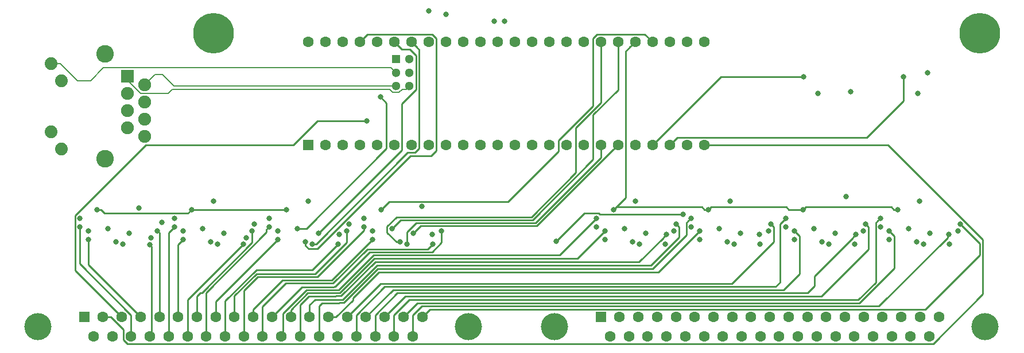
<source format=gbr>
G04 #@! TF.GenerationSoftware,KiCad,Pcbnew,5.1.5-52549c5~84~ubuntu18.04.1*
G04 #@! TF.CreationDate,2020-06-07T21:39:53-07:00*
G04 #@! TF.ProjectId,debugger,64656275-6767-4657-922e-6b696361645f,rev?*
G04 #@! TF.SameCoordinates,Original*
G04 #@! TF.FileFunction,Copper,L3,Inr*
G04 #@! TF.FilePolarity,Positive*
%FSLAX46Y46*%
G04 Gerber Fmt 4.6, Leading zero omitted, Abs format (unit mm)*
G04 Created by KiCad (PCBNEW 5.1.5-52549c5~84~ubuntu18.04.1) date 2020-06-07 21:39:53*
%MOMM*%
%LPD*%
G04 APERTURE LIST*
%ADD10C,1.600000*%
%ADD11R,1.600000X1.600000*%
%ADD12R,1.300000X1.300000*%
%ADD13C,1.300000*%
%ADD14C,2.600000*%
%ADD15C,1.890000*%
%ADD16C,1.900000*%
%ADD17R,1.900000X1.900000*%
%ADD18C,4.000000*%
%ADD19C,6.000000*%
%ADD20C,0.800000*%
%ADD21C,0.250000*%
%ADD22C,0.200025*%
%ADD23C,0.200000*%
G04 APERTURE END LIST*
D10*
X124460000Y-86360000D03*
X127000000Y-86360000D03*
X129540000Y-86360000D03*
X132080000Y-86360000D03*
X134620000Y-86360000D03*
X137160000Y-86360000D03*
X139700000Y-86360000D03*
X142240000Y-86360000D03*
X144780000Y-86360000D03*
X147320000Y-86360000D03*
X149860000Y-86360000D03*
X152400000Y-86360000D03*
X154940000Y-86360000D03*
X157480000Y-86360000D03*
D11*
X124460000Y-101600000D03*
D10*
X127000000Y-101600000D03*
X129540000Y-101600000D03*
X132080000Y-101600000D03*
X134620000Y-101600000D03*
X137160000Y-101600000D03*
X139700000Y-101600000D03*
X142240000Y-101600000D03*
X144780000Y-101600000D03*
X147320000Y-101600000D03*
X149860000Y-101600000D03*
X152400000Y-101600000D03*
X154940000Y-101600000D03*
X160020000Y-86360000D03*
X162560000Y-86360000D03*
X165100000Y-86360000D03*
X167640000Y-86360000D03*
X170180000Y-86360000D03*
X172720000Y-86360000D03*
X175260000Y-86360000D03*
X177800000Y-86360000D03*
X180340000Y-86360000D03*
X182880000Y-86360000D03*
X182880000Y-101600000D03*
X180340000Y-101600000D03*
X177800000Y-101600000D03*
X175260000Y-101600000D03*
X157480000Y-101600000D03*
X160020000Y-101600000D03*
X162560000Y-101600000D03*
X172720000Y-101600000D03*
X170180000Y-101600000D03*
X167640000Y-101600000D03*
X165100000Y-101600000D03*
D12*
X137430000Y-88900000D03*
D13*
X139430000Y-88900000D03*
X137430000Y-90900000D03*
X139430000Y-90900000D03*
X139430000Y-92900000D03*
X137430000Y-92900000D03*
D14*
X94500000Y-103660000D03*
X94500000Y-88110000D03*
D15*
X86550000Y-89560000D03*
X88070000Y-92100000D03*
X86550000Y-99670000D03*
X88070000Y-102210000D03*
D16*
X100330000Y-100330000D03*
X97790000Y-99060000D03*
X100330000Y-97790000D03*
X97790000Y-96520000D03*
X100330000Y-95250000D03*
X97790000Y-93980000D03*
X100330000Y-92710000D03*
D17*
X97790000Y-91440000D03*
D18*
X148120000Y-128420000D03*
X84620000Y-128420000D03*
D10*
X139915000Y-129840000D03*
X137145000Y-129840000D03*
X134375000Y-129840000D03*
X131605000Y-129840000D03*
X128835000Y-129840000D03*
X126065000Y-129840000D03*
X123295000Y-129840000D03*
X120525000Y-129840000D03*
X117755000Y-129840000D03*
X114985000Y-129840000D03*
X112215000Y-129840000D03*
X109445000Y-129840000D03*
X106675000Y-129840000D03*
X103905000Y-129840000D03*
X101135000Y-129840000D03*
X98365000Y-129840000D03*
X95595000Y-129840000D03*
X92825000Y-129840000D03*
X141300000Y-127000000D03*
X138530000Y-127000000D03*
X135760000Y-127000000D03*
X132990000Y-127000000D03*
X130220000Y-127000000D03*
X127450000Y-127000000D03*
X124680000Y-127000000D03*
X121910000Y-127000000D03*
X119140000Y-127000000D03*
X116370000Y-127000000D03*
X113600000Y-127000000D03*
X110830000Y-127000000D03*
X108060000Y-127000000D03*
X105290000Y-127000000D03*
X102520000Y-127000000D03*
X99750000Y-127000000D03*
X96980000Y-127000000D03*
X94210000Y-127000000D03*
D11*
X91440000Y-127000000D03*
D18*
X224320000Y-128420000D03*
X160820000Y-128420000D03*
D10*
X216115000Y-129840000D03*
X213345000Y-129840000D03*
X210575000Y-129840000D03*
X207805000Y-129840000D03*
X205035000Y-129840000D03*
X202265000Y-129840000D03*
X199495000Y-129840000D03*
X196725000Y-129840000D03*
X193955000Y-129840000D03*
X191185000Y-129840000D03*
X188415000Y-129840000D03*
X185645000Y-129840000D03*
X182875000Y-129840000D03*
X180105000Y-129840000D03*
X177335000Y-129840000D03*
X174565000Y-129840000D03*
X171795000Y-129840000D03*
X169025000Y-129840000D03*
X217500000Y-127000000D03*
X214730000Y-127000000D03*
X211960000Y-127000000D03*
X209190000Y-127000000D03*
X206420000Y-127000000D03*
X203650000Y-127000000D03*
X200880000Y-127000000D03*
X198110000Y-127000000D03*
X195340000Y-127000000D03*
X192570000Y-127000000D03*
X189800000Y-127000000D03*
X187030000Y-127000000D03*
X184260000Y-127000000D03*
X181490000Y-127000000D03*
X178720000Y-127000000D03*
X175950000Y-127000000D03*
X173180000Y-127000000D03*
X170410000Y-127000000D03*
D11*
X167640000Y-127000000D03*
D19*
X110490000Y-85090000D03*
X223520000Y-85090000D03*
D20*
X214630000Y-109855000D03*
X186690000Y-109855000D03*
X172720000Y-109855000D03*
X124460000Y-109855000D03*
X99470000Y-110910000D03*
X204470000Y-93726000D03*
X110490000Y-109855000D03*
X203835000Y-109220000D03*
X215804990Y-90900010D03*
X141284000Y-110684000D03*
X214376000Y-93980000D03*
X199644000Y-93980000D03*
X218948000Y-114808000D03*
X208915000Y-112395000D03*
X205232000Y-114808000D03*
X194945000Y-112395000D03*
X191008000Y-114808000D03*
X180975000Y-112395000D03*
X177292000Y-114808000D03*
X167005000Y-112395000D03*
X220685000Y-113325000D03*
X210185000Y-114300000D03*
X206715000Y-113325000D03*
X196215000Y-114300000D03*
X192745000Y-113325000D03*
X182245000Y-114300000D03*
X178775000Y-113325000D03*
X168275000Y-114300000D03*
X133096000Y-98044000D03*
X161036000Y-115824000D03*
X179741999Y-111850001D03*
X142875000Y-116205000D03*
X132715000Y-113665000D03*
X128905000Y-116205000D03*
X118745000Y-113665000D03*
X114935000Y-116205000D03*
X104775000Y-113665000D03*
X101092000Y-116332000D03*
X90805000Y-113665000D03*
X144145000Y-114300000D03*
X133985000Y-115570000D03*
X130175000Y-114300000D03*
X120015000Y-115570000D03*
X116205000Y-114300000D03*
X106045000Y-115570000D03*
X102235000Y-114300000D03*
X92075000Y-115570000D03*
X220345000Y-114300000D03*
X210185000Y-115570000D03*
X206375000Y-114300000D03*
X196215000Y-115570000D03*
X192405000Y-114300000D03*
X182245000Y-115570000D03*
X178435000Y-114300000D03*
X168275000Y-115570000D03*
X142748000Y-114808000D03*
X132715000Y-112395000D03*
X129032000Y-114808000D03*
X118745000Y-112395000D03*
X115316000Y-115275000D03*
X104775000Y-112395000D03*
X101260000Y-115275000D03*
X90805000Y-112395000D03*
X219075000Y-116205000D03*
X208915000Y-113665000D03*
X205105000Y-116205000D03*
X194945000Y-113665000D03*
X191135000Y-116205000D03*
X180975000Y-113665000D03*
X177165000Y-116205000D03*
X167005000Y-113665000D03*
X133985000Y-114300000D03*
X130515000Y-113325000D03*
X120015000Y-114300000D03*
X116545000Y-113325000D03*
X106045000Y-114300000D03*
X102870000Y-113030000D03*
X92075000Y-114300000D03*
X171140000Y-113975000D03*
X172365000Y-115925000D03*
X173355000Y-116205000D03*
X174300000Y-114625000D03*
X185110000Y-113975000D03*
X186335000Y-115925000D03*
X187325000Y-116205000D03*
X188270000Y-114625000D03*
X199080000Y-113975000D03*
X94940000Y-113975000D03*
X142240000Y-81788000D03*
X96165000Y-115925000D03*
X144780000Y-82296000D03*
X97155000Y-116205000D03*
X153416000Y-83312000D03*
X98100000Y-114625000D03*
X151892000Y-83312000D03*
X108910000Y-113975000D03*
X110135000Y-115925000D03*
X111125000Y-116205000D03*
X112070000Y-114625000D03*
X122880000Y-113975000D03*
X135128000Y-94488000D03*
X124105000Y-115925000D03*
X125095000Y-116205000D03*
X126040000Y-114625000D03*
X200305000Y-115925000D03*
X201295000Y-116205000D03*
X202240000Y-114625000D03*
X213050000Y-113975000D03*
X214275000Y-115925000D03*
X215265000Y-116205000D03*
X216210000Y-114625000D03*
X212282000Y-91502000D03*
X197550000Y-91502000D03*
X136850000Y-113975000D03*
X138075000Y-115925000D03*
X140010000Y-114625000D03*
X139065000Y-116205000D03*
X211455000Y-111125000D03*
X197485000Y-111125000D03*
X183515000Y-111125000D03*
X169545000Y-111125000D03*
X135255000Y-111125000D03*
X121285000Y-111125000D03*
X107315000Y-111125000D03*
X93345000Y-111125000D03*
D21*
X139915000Y-126719998D02*
X141210009Y-125424989D01*
X139915000Y-129840000D02*
X139915000Y-126719998D01*
X208654326Y-125424989D02*
X218804315Y-115275000D01*
X141210009Y-125424989D02*
X208654326Y-125424989D01*
X218804315Y-114951685D02*
X218948000Y-114808000D01*
X218804315Y-115275000D02*
X218804315Y-114951685D01*
X137145000Y-126719998D02*
X139404998Y-124460000D01*
X137145000Y-129840000D02*
X137145000Y-126719998D01*
X208515001Y-112794999D02*
X208915000Y-112395000D01*
X208189999Y-113120001D02*
X208515001Y-112794999D01*
X208189999Y-121881591D02*
X208189999Y-113120001D01*
X205611590Y-124460000D02*
X208189999Y-121881591D01*
X139404998Y-124460000D02*
X205611590Y-124460000D01*
X134375000Y-126719998D02*
X137650998Y-123444000D01*
X134375000Y-129840000D02*
X134375000Y-126719998D01*
X137650998Y-123444000D02*
X198120000Y-123444000D01*
X204834315Y-115275000D02*
X199136000Y-120973315D01*
X199136000Y-120973315D02*
X199136000Y-122428000D01*
X199136000Y-122428000D02*
X198120000Y-123444000D01*
X204832001Y-115272686D02*
X204832001Y-115207999D01*
X204832001Y-115207999D02*
X205232000Y-114808000D01*
X204834315Y-115275000D02*
X204832001Y-115272686D01*
X131605000Y-129840000D02*
X131864999Y-129580001D01*
X131605000Y-126719998D02*
X135781018Y-122543980D01*
X131605000Y-129840000D02*
X131605000Y-126719998D01*
X135781018Y-122543980D02*
X193432020Y-122543980D01*
X193432020Y-122543980D02*
X194056000Y-121920000D01*
X194056000Y-113284000D02*
X194945000Y-112395000D01*
X194056000Y-121920000D02*
X194056000Y-113284000D01*
X180249999Y-113120001D02*
X180575001Y-112794999D01*
X175260000Y-119888000D02*
X180249999Y-114898001D01*
X180575001Y-112794999D02*
X180975000Y-112395000D01*
X134748410Y-119888000D02*
X175260000Y-119888000D01*
X180249999Y-114898001D02*
X180249999Y-113120001D01*
X126065000Y-129840000D02*
X126065000Y-125395000D01*
X126492000Y-124968000D02*
X129032000Y-124968000D01*
X129032000Y-124968000D02*
X129089990Y-124910010D01*
X126065000Y-125395000D02*
X126492000Y-124968000D01*
X129089990Y-124910010D02*
X129726401Y-124910009D01*
X129726401Y-124910009D02*
X134748410Y-119888000D01*
X173297315Y-118872000D02*
X176894315Y-115275000D01*
X123295000Y-125222818D02*
X124565818Y-123952000D01*
X124565818Y-123952000D02*
X128524000Y-123952000D01*
X123295000Y-129840000D02*
X123295000Y-125222818D01*
X128524000Y-123952000D02*
X128570972Y-123905028D01*
X128570972Y-123905028D02*
X129335792Y-123905028D01*
X134368820Y-118872000D02*
X173297315Y-118872000D01*
X129335792Y-123905028D02*
X134368820Y-118872000D01*
X176892001Y-115207999D02*
X177292000Y-114808000D01*
X176892001Y-115272686D02*
X176892001Y-115207999D01*
X176894315Y-115275000D02*
X176892001Y-115272686D01*
X120784999Y-126459999D02*
X124239988Y-123005010D01*
X120525000Y-129840000D02*
X120784999Y-129580001D01*
X120784999Y-129580001D02*
X120784999Y-126459999D01*
X128962990Y-123005010D02*
X134100275Y-117867725D01*
X124239988Y-123005010D02*
X128962990Y-123005010D01*
X161532275Y-117867725D02*
X167005000Y-112395000D01*
X134100275Y-117867725D02*
X161532275Y-117867725D01*
X142425001Y-125874999D02*
X215501001Y-125874999D01*
X141300000Y-127000000D02*
X142425001Y-125874999D01*
X215501001Y-125874999D02*
X223520000Y-117856000D01*
X223520000Y-116160000D02*
X220685000Y-113325000D01*
X223520000Y-117856000D02*
X223520000Y-116160000D01*
X210584999Y-114699999D02*
X210185000Y-114300000D01*
X210910001Y-119797999D02*
X210910001Y-115025001D01*
X205740000Y-124968000D02*
X210910001Y-119797999D01*
X210910001Y-115025001D02*
X210584999Y-114699999D01*
X140562000Y-124968000D02*
X205740000Y-124968000D01*
X138530000Y-127000000D02*
X140562000Y-124968000D01*
X135760000Y-127000000D02*
X138808000Y-123952000D01*
X207114999Y-113724999D02*
X206715000Y-113325000D01*
X207114999Y-116989001D02*
X207114999Y-113724999D01*
X138808000Y-123952000D02*
X200152000Y-123952000D01*
X200152000Y-123952000D02*
X207114999Y-116989001D01*
X132990000Y-127000000D02*
X136996010Y-122993990D01*
X136996010Y-122993990D02*
X194564000Y-122993990D01*
X196940001Y-115025001D02*
X196614999Y-114699999D01*
X196614999Y-114699999D02*
X196215000Y-114300000D01*
X196940001Y-120617989D02*
X196940001Y-115025001D01*
X194564000Y-122993990D02*
X196940001Y-120617989D01*
X130220000Y-127000000D02*
X135126030Y-122093970D01*
X193144999Y-113724999D02*
X192745000Y-113325000D01*
X193144999Y-115904413D02*
X193144999Y-113724999D01*
X135126030Y-122093970D02*
X186955442Y-122093970D01*
X186955442Y-122093970D02*
X193144999Y-115904413D01*
X131064000Y-124517370D02*
X131064000Y-124208820D01*
X127450000Y-127000000D02*
X128581370Y-127000000D01*
X128581370Y-127000000D02*
X131064000Y-124517370D01*
X131064000Y-124208820D02*
X134876820Y-120396000D01*
X176149000Y-120396000D02*
X182245000Y-114300000D01*
X134876820Y-120396000D02*
X176149000Y-120396000D01*
X179174999Y-113724999D02*
X178775000Y-113325000D01*
X179174999Y-115268003D02*
X179174999Y-113724999D01*
X175063002Y-119380000D02*
X179174999Y-115268003D01*
X134620000Y-119380000D02*
X175063002Y-119380000D01*
X125476000Y-124460000D02*
X129540000Y-124460000D01*
X129540000Y-124460000D02*
X134620000Y-119380000D01*
X124680000Y-125256000D02*
X125476000Y-124460000D01*
X124680000Y-127000000D02*
X124680000Y-125256000D01*
X134240410Y-118364000D02*
X164211000Y-118364000D01*
X129149391Y-123455019D02*
X134240410Y-118364000D01*
X124426388Y-123455020D02*
X129149391Y-123455019D01*
X121910000Y-127000000D02*
X121910000Y-125971408D01*
X164211000Y-118364000D02*
X168275000Y-114300000D01*
X121910000Y-125971408D02*
X124426388Y-123455020D01*
X122269997Y-101605001D02*
X125830998Y-98044000D01*
X100521997Y-101605001D02*
X122269997Y-101605001D01*
X90079999Y-112046999D02*
X100521997Y-101605001D01*
X96980000Y-127000000D02*
X90079999Y-120099999D01*
X90079999Y-120099999D02*
X90079999Y-112046999D01*
X125830998Y-98044000D02*
X133096000Y-98044000D01*
X133096000Y-98044000D02*
X133096000Y-98044000D01*
X184011370Y-101600000D02*
X182880000Y-101600000D01*
X223970009Y-123649993D02*
X223970009Y-115537007D01*
X216655001Y-130965001D02*
X223970009Y-123649993D01*
X97824999Y-130965001D02*
X216655001Y-130965001D01*
X97239999Y-130380001D02*
X97824999Y-130965001D01*
X210033002Y-101600000D02*
X184011370Y-101600000D01*
X97239999Y-128898629D02*
X97239999Y-130380001D01*
X95341370Y-127000000D02*
X97239999Y-128898629D01*
X223970009Y-115537007D02*
X210033002Y-101600000D01*
X94210000Y-127000000D02*
X95341370Y-127000000D01*
X167533003Y-111850001D02*
X179741999Y-111850001D01*
X167353001Y-111669999D02*
X167533003Y-111850001D01*
X161036000Y-115824000D02*
X165190001Y-111669999D01*
X165190001Y-111669999D02*
X167353001Y-111669999D01*
X179741999Y-111850001D02*
X179741999Y-111850001D01*
X117755000Y-129840000D02*
X117755000Y-125450000D01*
X117755000Y-125450000D02*
X121166360Y-122038640D01*
X121166360Y-122038640D02*
X128152771Y-122038639D01*
X128152771Y-122038639D02*
X133223705Y-116967705D01*
X142112295Y-116967705D02*
X142875000Y-116205000D01*
X133223705Y-116967705D02*
X142112295Y-116967705D01*
X114985000Y-129840000D02*
X114985000Y-123142820D01*
X132715000Y-114230685D02*
X132715000Y-113665000D01*
X125844971Y-121100714D02*
X132715000Y-114230685D01*
X114985000Y-123142820D02*
X117027106Y-121100714D01*
X117027106Y-121100714D02*
X125844971Y-121100714D01*
X125095000Y-120015000D02*
X128905000Y-116205000D01*
X116840000Y-120015000D02*
X125095000Y-120015000D01*
X112215000Y-129840000D02*
X112215000Y-124640000D01*
X112215000Y-124640000D02*
X116840000Y-120015000D01*
X118345001Y-114064999D02*
X118745000Y-113665000D01*
X109445000Y-123404412D02*
X118345001Y-114504411D01*
X118345001Y-114504411D02*
X118345001Y-114064999D01*
X109445000Y-129840000D02*
X109445000Y-123404412D01*
X106675000Y-124465000D02*
X114935000Y-116205000D01*
X106675000Y-129840000D02*
X106675000Y-124465000D01*
X103905000Y-114535000D02*
X104775000Y-113665000D01*
X103905000Y-129840000D02*
X103905000Y-114535000D01*
X101364999Y-116604999D02*
X100965000Y-116205000D01*
X101394999Y-116634999D02*
X101364999Y-116604999D01*
X101394999Y-129580001D02*
X101394999Y-116634999D01*
X101135000Y-129840000D02*
X101394999Y-129580001D01*
X90805000Y-114230685D02*
X90805000Y-113665000D01*
X90805000Y-119159998D02*
X90805000Y-114230685D01*
X98365000Y-126719998D02*
X90805000Y-119159998D01*
X98365000Y-129840000D02*
X98365000Y-126719998D01*
X119140000Y-127000000D02*
X123585000Y-122555000D01*
X123585000Y-122555000D02*
X128272820Y-122555000D01*
X128272820Y-122555000D02*
X128339172Y-122488648D01*
X128272820Y-122488648D02*
X128339172Y-122488648D01*
X128272820Y-122555000D02*
X128272820Y-122488648D01*
X128463352Y-122488648D02*
X133534285Y-117417715D01*
X128339172Y-122488648D02*
X128463352Y-122488648D01*
X144145000Y-116008002D02*
X144145000Y-114865685D01*
X144145000Y-114865685D02*
X144145000Y-114300000D01*
X142735287Y-117417715D02*
X144145000Y-116008002D01*
X133534285Y-117417715D02*
X142735287Y-117417715D01*
X116370000Y-125868630D02*
X120650000Y-121588630D01*
X116370000Y-127000000D02*
X116370000Y-125868630D01*
X127966370Y-121588630D02*
X133985000Y-115570000D01*
X120650000Y-121588630D02*
X127966370Y-121588630D01*
X113600000Y-127000000D02*
X113600000Y-123891410D01*
X113600000Y-123891410D02*
X116840705Y-120650705D01*
X130175000Y-114865685D02*
X130175000Y-114300000D01*
X130175000Y-116008002D02*
X130175000Y-114865685D01*
X125532297Y-120650705D02*
X130175000Y-116008002D01*
X116840705Y-120650705D02*
X125532297Y-120650705D01*
X110830000Y-124755000D02*
X120015000Y-115570000D01*
X110830000Y-127000000D02*
X110830000Y-124755000D01*
X108060000Y-127000000D02*
X108060000Y-123935000D01*
X116205000Y-116008002D02*
X116205000Y-114865685D01*
X116205000Y-114865685D02*
X116205000Y-114300000D01*
X108585000Y-123410000D02*
X108803002Y-123410000D01*
X108803002Y-123410000D02*
X116205000Y-116008002D01*
X108060000Y-123935000D02*
X108585000Y-123410000D01*
X105290000Y-116325000D02*
X106045000Y-115570000D01*
X105290000Y-127000000D02*
X105290000Y-116325000D01*
X102520000Y-114585000D02*
X102235000Y-114300000D01*
X102520000Y-127000000D02*
X102520000Y-114585000D01*
X92075000Y-119325000D02*
X92075000Y-115570000D01*
X99750000Y-127000000D02*
X92075000Y-119325000D01*
X136034999Y-102140001D02*
X136034999Y-95394999D01*
X122880000Y-113975000D02*
X124200000Y-113975000D01*
X124200000Y-113975000D02*
X136034999Y-102140001D01*
X136034999Y-95394999D02*
X135128000Y-94488000D01*
X135128000Y-94488000D02*
X135128000Y-94488000D01*
X133205001Y-85234999D02*
X132879999Y-85560001D01*
X143365001Y-102429999D02*
X143365001Y-85819999D01*
X142619989Y-103175011D02*
X143365001Y-102429999D01*
X143365001Y-85819999D02*
X142780001Y-85234999D01*
X139591987Y-103175011D02*
X142619989Y-103175011D01*
X124544316Y-116930001D02*
X125836997Y-116930001D01*
X132879999Y-85560001D02*
X132080000Y-86360000D01*
X125836997Y-116930001D02*
X139591987Y-103175011D01*
X124105000Y-116490685D02*
X124544316Y-116930001D01*
X142780001Y-85234999D02*
X133205001Y-85234999D01*
X124105000Y-115925000D02*
X124105000Y-116490685D01*
X140499999Y-87159999D02*
X139700000Y-86360000D01*
X140855011Y-87515011D02*
X140499999Y-87159999D01*
X140855011Y-102109991D02*
X140855011Y-87515011D01*
X140240001Y-102725001D02*
X140855011Y-102109991D01*
X139159999Y-102725001D02*
X140240001Y-102725001D01*
X125680000Y-116205000D02*
X139159999Y-102725001D01*
X125095000Y-116205000D02*
X125680000Y-116205000D01*
X138285001Y-87485001D02*
X137959999Y-87159999D01*
X139458003Y-87485001D02*
X138285001Y-87485001D01*
X140405001Y-88431999D02*
X139458003Y-87485001D01*
X140405001Y-93368001D02*
X140405001Y-88431999D01*
X138285001Y-95488001D02*
X140405001Y-93368001D01*
X138285001Y-102379999D02*
X138285001Y-95488001D01*
X137959999Y-87159999D02*
X137160000Y-86360000D01*
X126040000Y-114625000D02*
X138285001Y-102379999D01*
X178925001Y-100474999D02*
X206865001Y-100474999D01*
X177800000Y-101600000D02*
X178925001Y-100474999D01*
X212282000Y-95058000D02*
X212282000Y-91502000D01*
X206865001Y-100474999D02*
X212282000Y-95058000D01*
X185358000Y-91502000D02*
X197550000Y-91502000D01*
X175260000Y-101600000D02*
X185358000Y-91502000D01*
X136850000Y-113975000D02*
X138150021Y-112674979D01*
X138150021Y-112674979D02*
X157581021Y-112674979D01*
X166514999Y-103741001D02*
X166514999Y-97137001D01*
X157581021Y-112674979D02*
X166514999Y-103741001D01*
X170180000Y-93472000D02*
X170180000Y-86360000D01*
X166514999Y-97137001D02*
X170180000Y-93472000D01*
X136124999Y-113626999D02*
X137527029Y-112224969D01*
X136124999Y-114540684D02*
X136124999Y-113626999D01*
X138075000Y-115925000D02*
X137509315Y-115925000D01*
X137509315Y-115925000D02*
X136124999Y-114540684D01*
X137527029Y-112224969D02*
X157394621Y-112224969D01*
X163974999Y-105644591D02*
X163974999Y-99040591D01*
X157394621Y-112224969D02*
X163974999Y-105644591D01*
X167640000Y-95375590D02*
X167640000Y-86360000D01*
X163974999Y-99040591D02*
X167640000Y-95375590D01*
X158205001Y-113574999D02*
X169380001Y-102399999D01*
X141060001Y-113574999D02*
X158205001Y-113574999D01*
X169380001Y-102399999D02*
X170180000Y-101600000D01*
X140010000Y-114625000D02*
X141060001Y-113574999D01*
X139065000Y-114496998D02*
X140437009Y-113124989D01*
X139065000Y-116205000D02*
X139065000Y-114496998D01*
X140437009Y-113124989D02*
X158018601Y-113124989D01*
X167640000Y-103503590D02*
X167640000Y-101600000D01*
X158018601Y-113124989D02*
X167640000Y-103503590D01*
X197884999Y-110725001D02*
X197485000Y-111125000D01*
X210489316Y-110725001D02*
X197884999Y-110725001D01*
X211455000Y-111125000D02*
X210889315Y-111125000D01*
X210889315Y-111125000D02*
X210489316Y-110725001D01*
X183914999Y-110725001D02*
X183515000Y-111125000D01*
X194984413Y-110725001D02*
X183914999Y-110725001D01*
X197485000Y-111125000D02*
X195384412Y-111125000D01*
X195384412Y-111125000D02*
X194984413Y-110725001D01*
X169944999Y-110725001D02*
X169545000Y-111125000D01*
X183515000Y-111125000D02*
X182949315Y-111125000D01*
X182549316Y-110725001D02*
X169944999Y-110725001D01*
X182949315Y-111125000D02*
X182549316Y-110725001D01*
X171920001Y-87159999D02*
X172720000Y-86360000D01*
X171305001Y-87774999D02*
X171920001Y-87159999D01*
X171305001Y-109364999D02*
X171305001Y-87774999D01*
X169545000Y-111125000D02*
X171305001Y-109364999D01*
X106915001Y-111524999D02*
X107315000Y-111125000D01*
X106804999Y-111635001D02*
X106915001Y-111524999D01*
X94420686Y-111635001D02*
X106804999Y-111635001D01*
X93910685Y-111125000D02*
X94420686Y-111635001D01*
X93345000Y-111125000D02*
X93910685Y-111125000D01*
X107315000Y-111125000D02*
X121285000Y-111125000D01*
X135654999Y-110725001D02*
X135255000Y-111125000D01*
X136421001Y-109958999D02*
X135654999Y-110725001D01*
X153982999Y-109958999D02*
X136421001Y-109958999D01*
X161434999Y-102506999D02*
X153982999Y-109958999D01*
X161434999Y-100944181D02*
X161434999Y-102506999D01*
X166514999Y-95864181D02*
X161434999Y-100944181D01*
X166514999Y-85819999D02*
X166514999Y-95864181D01*
X167099999Y-85234999D02*
X166514999Y-85819999D01*
X174134999Y-85234999D02*
X167099999Y-85234999D01*
X175260000Y-86360000D02*
X174134999Y-85234999D01*
D22*
X87886431Y-89560000D02*
X86550000Y-89560000D01*
X92374008Y-92095014D02*
X90421445Y-92095014D01*
X94279036Y-90189986D02*
X92374008Y-92095014D01*
X90421445Y-92095014D02*
X87886431Y-89560000D01*
X136719986Y-90189986D02*
X94279036Y-90189986D01*
X137430000Y-90900000D02*
X136719986Y-90189986D01*
X101279999Y-91760001D02*
X100330000Y-92710000D01*
X101840921Y-91199079D02*
X101279999Y-91760001D01*
X102947279Y-91199079D02*
X101840921Y-91199079D01*
X103029100Y-91280900D02*
X102947279Y-91199079D01*
D23*
X104648200Y-92900000D02*
X104478171Y-92729971D01*
X137430000Y-92900000D02*
X104648200Y-92900000D01*
X104478171Y-92729971D02*
X103029100Y-91280900D01*
X106490000Y-93350000D02*
X104461800Y-93350000D01*
X138980000Y-93350000D02*
X138386002Y-93350000D01*
X139430000Y-92900000D02*
X138980000Y-93350000D01*
X138386002Y-93350000D02*
X137886001Y-93850001D01*
X137886001Y-93850001D02*
X136973999Y-93850001D01*
X136973999Y-93850001D02*
X136473998Y-93350000D01*
X136473998Y-93350000D02*
X106490000Y-93350000D01*
D22*
X104452821Y-93358979D02*
X104461800Y-93350000D01*
X103851786Y-93960014D02*
X104452821Y-93358979D01*
X99729992Y-93960014D02*
X103851786Y-93960014D01*
X97790000Y-91440000D02*
X97790000Y-92020022D01*
X97790000Y-92020022D02*
X99729992Y-93960014D01*
M02*

</source>
